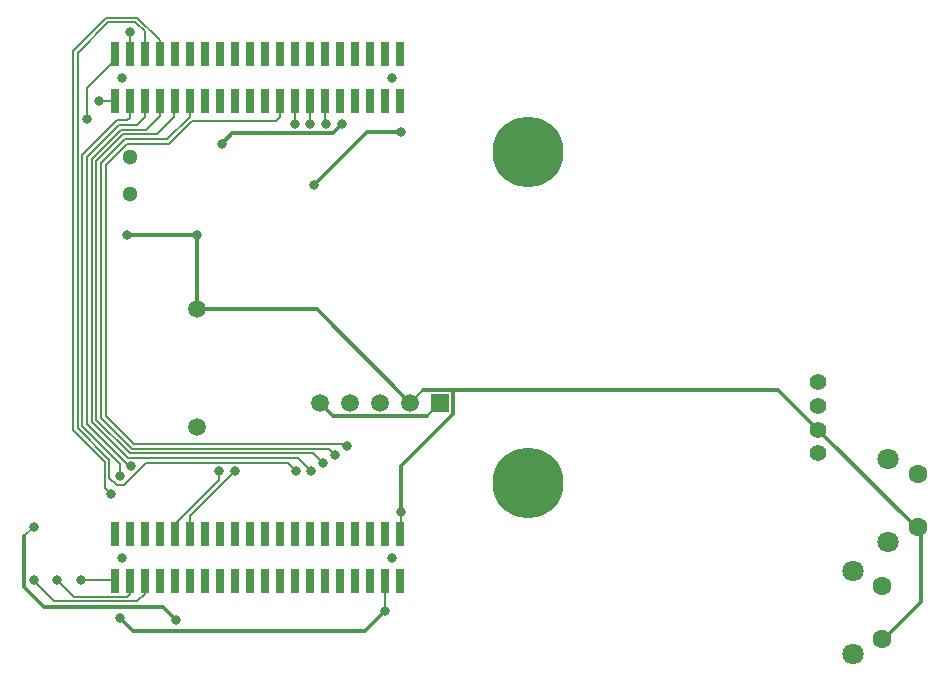
<source format=gbr>
%FSLAX43Y43*%
%MOMM*%
G71*
G01*
G75*
G04 Layer_Physical_Order=2*
G04 Layer_Color=16711680*
%ADD10C,0.600*%
%ADD11R,0.550X1.450*%
%ADD12R,1.000X1.000*%
%ADD13R,0.900X0.950*%
%ADD14R,0.900X0.950*%
%ADD15R,0.762X1.372*%
%ADD16R,1.372X0.762*%
%ADD17R,1.372X0.864*%
%ADD18R,0.864X1.372*%
%ADD19O,2.500X0.700*%
%ADD20R,2.032X2.032*%
%ADD21C,0.300*%
%ADD22C,0.200*%
%ADD23C,1.500*%
%ADD24C,1.400*%
%ADD25C,1.600*%
%ADD26C,1.800*%
%ADD27C,1.300*%
%ADD28R,1.500X1.500*%
%ADD29C,6.000*%
%ADD30C,0.800*%
%ADD31R,0.800X2.000*%
D21*
X-32068Y-24500D02*
X-30984Y-25584D01*
X-42100Y-24500D02*
X-32068D01*
X-43800Y-22800D02*
X-42100Y-24500D01*
X-43800Y-22800D02*
Y-18500D01*
X32100Y-24100D02*
Y-18400D01*
X28900Y-27300D02*
X32100Y-24100D01*
X23400Y-9500D02*
X31750Y-17850D01*
X-29200Y700D02*
Y7000D01*
X-35100D02*
X-29200D01*
X-35700Y-25400D02*
X-34600Y-26500D01*
X-18760Y-7200D02*
X-17660Y-8300D01*
X-9700D01*
X-34600Y-26500D02*
X-15000D01*
X-13305Y-24805D01*
X-11900Y-16500D02*
Y-12600D01*
X-7500Y-8200D01*
X-27100Y14700D02*
X-26200Y15600D01*
X-17700D01*
X-16900Y16400D01*
X-19295Y11200D02*
X-14795Y15700D01*
X-11900D01*
X20000Y-6100D02*
X23400Y-9500D01*
X-29200Y700D02*
X-19040D01*
X-11140Y-7200D01*
X-7500Y-8200D02*
Y-6100D01*
X-10040D02*
X-7500D01*
X20000D01*
D22*
X-34270Y-24020D02*
X-33625Y-23375D01*
X-41280Y-24020D02*
X-34270D01*
X-43100Y-22200D02*
X-41280Y-24020D01*
X-35120Y-23620D02*
X-34895Y-23395D01*
X-39580Y-23620D02*
X-35120D01*
X-41000Y-22200D02*
X-39580Y-23620D01*
X-34895Y-23395D02*
Y-22320D01*
X-43800Y-18500D02*
X-43000Y-17700D01*
X-38980Y-22220D02*
X-36265D01*
X-19655Y16355D02*
Y18320D01*
X-18385Y16385D02*
Y18320D01*
X-35230Y7130D02*
X-35100Y7000D01*
X-35100Y7000D02*
X-35100Y7000D01*
X-33625Y-23375D02*
Y-22320D01*
X31450Y-17750D02*
X32100Y-18400D01*
X-34895Y16905D02*
Y18320D01*
X-35100Y16700D02*
X-34895Y16905D01*
X-33625Y16975D02*
Y18320D01*
X-34300Y16300D02*
X-33625Y16975D01*
X-32355Y17045D02*
Y18320D01*
X-33500Y15900D02*
X-32355Y17045D01*
X-31100Y18305D02*
X-31085Y18320D01*
X-31100Y17000D02*
Y18305D01*
X-32600Y15500D02*
X-31100Y17000D01*
X-29815Y17015D02*
Y18320D01*
X-31730Y15100D02*
X-29815Y17015D01*
X-35300Y15100D02*
X-31730D01*
X-34895Y22320D02*
Y24195D01*
X-33625Y22320D02*
Y24225D01*
X-34400Y25000D02*
X-33625Y24225D01*
X-32355Y22320D02*
Y23521D01*
X-34234Y25400D02*
X-32355Y23521D01*
X-37300Y13100D02*
X-35300Y15100D01*
X-37300Y-8500D02*
Y13100D01*
X-35466Y15500D02*
X-32600D01*
X-37700Y13266D02*
X-35466Y15500D01*
X-37700Y-8669D02*
Y13266D01*
X-35631Y15900D02*
X-33500D01*
X-38100Y13431D02*
X-35631Y15900D01*
X-38100Y-8834D02*
Y13431D01*
X-35797Y16300D02*
X-34300D01*
X-38500Y13597D02*
X-35797Y16300D01*
X-38500Y-9000D02*
Y13597D01*
X-35963Y16700D02*
X-35100D01*
X-38900Y13763D02*
X-35963Y16700D01*
X-38900Y-9166D02*
Y13763D01*
Y-9166D02*
X-35700Y-12366D01*
X-39300Y-9331D02*
X-36600Y-12031D01*
X-35700Y-13400D02*
Y-12366D01*
X-38500Y-9000D02*
X-34850Y-12650D01*
X-38100Y-8834D02*
X-35034Y-11900D01*
X-20600D01*
X-19500Y-13000D01*
X-37700Y-8669D02*
X-34869Y-11500D01*
X-19400D01*
X-37300Y-8500D02*
X-34703Y-11097D01*
X-18003D01*
X-17500Y-11600D01*
X-22195Y17005D02*
Y18320D01*
X-22518Y16682D02*
X-22195Y17005D01*
X-29582Y16682D02*
X-22518D01*
X-31564Y14700D02*
X-29582Y16682D01*
X-35134Y14700D02*
X-31564D01*
X-36900Y12934D02*
X-35134Y14700D01*
X-36900Y-8334D02*
Y12934D01*
Y-8334D02*
X-34537Y-10697D01*
X-16603D01*
X-16500Y-10800D01*
X-19400Y-11500D02*
X-18550Y-12350D01*
X-21500Y-12300D02*
X-20800Y-13000D01*
X-36000Y-14200D02*
X-35400D01*
X-33500Y-12300D01*
X-21500D01*
X-29815Y-18320D02*
Y-16815D01*
X-26000Y-13000D01*
X-27300Y-13734D02*
Y-13000D01*
X-31085Y-17519D02*
X-27300Y-13734D01*
X-31085Y-18320D02*
Y-17519D01*
X-9700Y-8300D02*
X-8600Y-7200D01*
X-11900Y-18185D02*
Y-16500D01*
X-13305Y-24805D02*
Y-22320D01*
X-11140Y-7200D02*
X-10040Y-6100D01*
X-39300Y-9331D02*
Y22400D01*
X-36700Y25000D01*
X-34400D01*
X-39700Y22566D02*
X-36866Y25400D01*
X-39700Y-9497D02*
Y22566D01*
X-36866Y25400D02*
X-34234D01*
X-36600Y-13600D02*
Y-12031D01*
Y-13600D02*
X-36000Y-14200D01*
X-37000Y-14400D02*
Y-12197D01*
X-39700Y-9497D02*
X-37000Y-12197D01*
Y-14400D02*
X-36500Y-14900D01*
X-20925Y16425D02*
Y18320D01*
X-37480D02*
X-36165D01*
X-43000Y-17700D02*
X-43000Y-17700D01*
X-36165Y21765D02*
Y22320D01*
X-38500Y19430D02*
X-36165Y21765D01*
X-38500Y16800D02*
Y19430D01*
D23*
X-29200Y-9300D02*
D03*
Y700D02*
D03*
X-18760Y-7200D02*
D03*
X-16220D02*
D03*
X-13680D02*
D03*
X-11140D02*
D03*
D24*
X23400Y-11500D02*
D03*
Y-5500D02*
D03*
Y-7500D02*
D03*
Y-9500D02*
D03*
D25*
X28850Y-22750D02*
D03*
Y-27250D02*
D03*
X31850Y-13250D02*
D03*
Y-17750D02*
D03*
D26*
X26350Y-21500D02*
D03*
Y-28500D02*
D03*
X29350Y-12000D02*
D03*
Y-19000D02*
D03*
D27*
X-34900Y10450D02*
D03*
Y13550D02*
D03*
D28*
X-8600Y-7200D02*
D03*
D29*
X-1200Y-14000D02*
D03*
Y14000D02*
D03*
D30*
X-29200Y7000D02*
D03*
X-35100Y7000D02*
D03*
X-30984Y-25584D02*
D03*
X-35700Y-25400D02*
D03*
X-38980Y-22220D02*
D03*
X-41000Y-22200D02*
D03*
X-43000D02*
D03*
X-12670Y20320D02*
D03*
X-35530D02*
D03*
X-12670Y-20320D02*
D03*
X-35530D02*
D03*
X-34895Y24195D02*
D03*
X-34800Y-12600D02*
D03*
X-35700Y-13400D02*
D03*
X-36500Y-14900D02*
D03*
X-19500Y-13000D02*
D03*
X-18500Y-12300D02*
D03*
X-17500Y-11600D02*
D03*
X-16500Y-10900D02*
D03*
X-27300Y-13000D02*
D03*
X-26000D02*
D03*
X-20800D02*
D03*
X-11900Y-16500D02*
D03*
X-13305Y-24805D02*
D03*
X-18300Y16400D02*
D03*
X-19600D02*
D03*
X-20900D02*
D03*
X-37480Y18320D02*
D03*
X-27100Y14700D02*
D03*
X-16900Y16400D02*
D03*
X-19295Y11200D02*
D03*
X-11900Y15700D02*
D03*
X-43000Y-17700D02*
D03*
X-38500Y16800D02*
D03*
D31*
X-36165Y22320D02*
D03*
X-33625D02*
D03*
X-34895D02*
D03*
X-32355D02*
D03*
X-31085D02*
D03*
X-28545D02*
D03*
X-29815D02*
D03*
X-27275D02*
D03*
X-26005D02*
D03*
X-13305D02*
D03*
X-14575D02*
D03*
X-12035D02*
D03*
X-18385D02*
D03*
X-19655D02*
D03*
X-17115D02*
D03*
X-15845D02*
D03*
X-20925D02*
D03*
X-22195D02*
D03*
X-24735D02*
D03*
X-23465D02*
D03*
X-22195Y18320D02*
D03*
X-23465D02*
D03*
X-20925D02*
D03*
X-19655D02*
D03*
X-15845D02*
D03*
X-17115D02*
D03*
X-36165D02*
D03*
X-18385D02*
D03*
X-12035D02*
D03*
X-14575D02*
D03*
X-13305D02*
D03*
X-24735D02*
D03*
X-26005D02*
D03*
X-28545D02*
D03*
X-27275D02*
D03*
X-29815D02*
D03*
X-31085D02*
D03*
X-33625D02*
D03*
X-32355D02*
D03*
X-34895D02*
D03*
X-36165Y-18320D02*
D03*
X-33625D02*
D03*
X-34895D02*
D03*
X-32355D02*
D03*
X-31085D02*
D03*
X-28545D02*
D03*
X-29815D02*
D03*
X-27275D02*
D03*
X-26005D02*
D03*
X-13305D02*
D03*
X-14575D02*
D03*
X-12035D02*
D03*
X-18385D02*
D03*
X-19655D02*
D03*
X-17115D02*
D03*
X-15845D02*
D03*
X-20925D02*
D03*
X-22195D02*
D03*
X-24735D02*
D03*
X-23465D02*
D03*
X-22195Y-22320D02*
D03*
X-23465D02*
D03*
X-20925D02*
D03*
X-19655D02*
D03*
X-15845D02*
D03*
X-17115D02*
D03*
X-36165D02*
D03*
X-18385D02*
D03*
X-12035D02*
D03*
X-14575D02*
D03*
X-13305D02*
D03*
X-24735D02*
D03*
X-26005D02*
D03*
X-28545D02*
D03*
X-27275D02*
D03*
X-29815D02*
D03*
X-31085D02*
D03*
X-33625D02*
D03*
X-32355D02*
D03*
X-34895D02*
D03*
M02*

</source>
